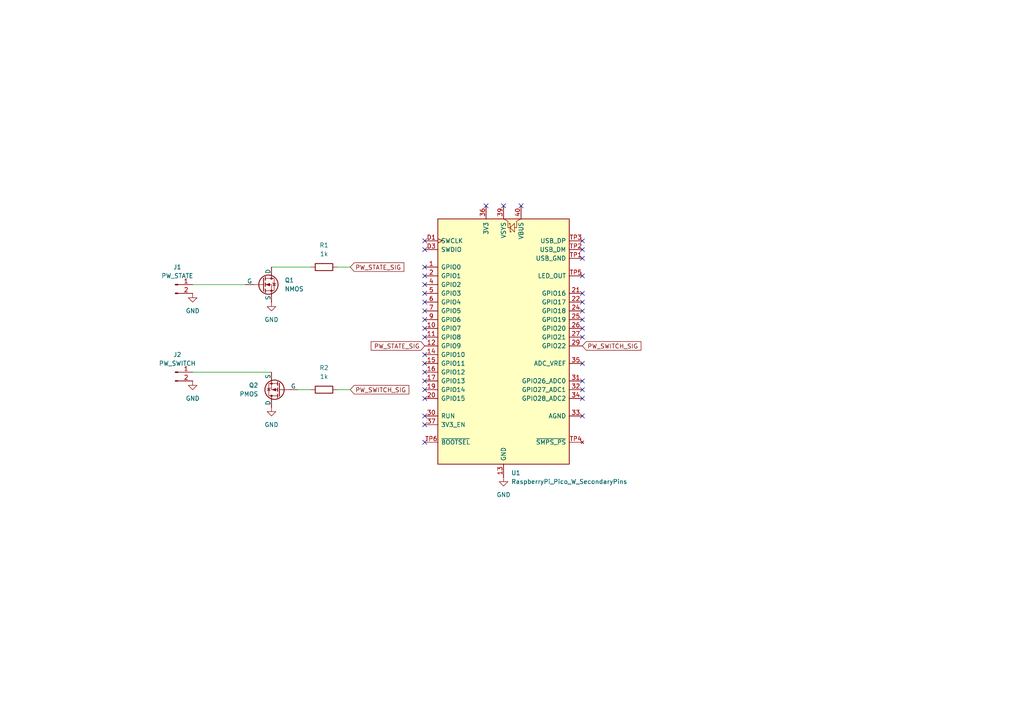
<source format=kicad_sch>
(kicad_sch
	(version 20231120)
	(generator "eeschema")
	(generator_version "8.0")
	(uuid "927df5e2-df8e-4e30-9d8a-08459a671f19")
	(paper "A4")
	(lib_symbols
		(symbol "Connector:Conn_01x02_Pin"
			(pin_names
				(offset 1.016) hide)
			(exclude_from_sim no)
			(in_bom yes)
			(on_board yes)
			(property "Reference" "J"
				(at 0 2.54 0)
				(effects
					(font
						(size 1.27 1.27)
					)
				)
			)
			(property "Value" "Conn_01x02_Pin"
				(at 0 -5.08 0)
				(effects
					(font
						(size 1.27 1.27)
					)
				)
			)
			(property "Footprint" ""
				(at 0 0 0)
				(effects
					(font
						(size 1.27 1.27)
					)
					(hide yes)
				)
			)
			(property "Datasheet" "~"
				(at 0 0 0)
				(effects
					(font
						(size 1.27 1.27)
					)
					(hide yes)
				)
			)
			(property "Description" "Generic connector, single row, 01x02, script generated"
				(at 0 0 0)
				(effects
					(font
						(size 1.27 1.27)
					)
					(hide yes)
				)
			)
			(property "ki_locked" ""
				(at 0 0 0)
				(effects
					(font
						(size 1.27 1.27)
					)
				)
			)
			(property "ki_keywords" "connector"
				(at 0 0 0)
				(effects
					(font
						(size 1.27 1.27)
					)
					(hide yes)
				)
			)
			(property "ki_fp_filters" "Connector*:*_1x??_*"
				(at 0 0 0)
				(effects
					(font
						(size 1.27 1.27)
					)
					(hide yes)
				)
			)
			(symbol "Conn_01x02_Pin_1_1"
				(polyline
					(pts
						(xy 1.27 -2.54) (xy 0.8636 -2.54)
					)
					(stroke
						(width 0.1524)
						(type default)
					)
					(fill
						(type none)
					)
				)
				(polyline
					(pts
						(xy 1.27 0) (xy 0.8636 0)
					)
					(stroke
						(width 0.1524)
						(type default)
					)
					(fill
						(type none)
					)
				)
				(rectangle
					(start 0.8636 -2.413)
					(end 0 -2.667)
					(stroke
						(width 0.1524)
						(type default)
					)
					(fill
						(type outline)
					)
				)
				(rectangle
					(start 0.8636 0.127)
					(end 0 -0.127)
					(stroke
						(width 0.1524)
						(type default)
					)
					(fill
						(type outline)
					)
				)
				(pin passive line
					(at 5.08 0 180)
					(length 3.81)
					(name "Pin_1"
						(effects
							(font
								(size 1.27 1.27)
							)
						)
					)
					(number "1"
						(effects
							(font
								(size 1.27 1.27)
							)
						)
					)
				)
				(pin passive line
					(at 5.08 -2.54 180)
					(length 3.81)
					(name "Pin_2"
						(effects
							(font
								(size 1.27 1.27)
							)
						)
					)
					(number "2"
						(effects
							(font
								(size 1.27 1.27)
							)
						)
					)
				)
			)
		)
		(symbol "Device:R"
			(pin_numbers hide)
			(pin_names
				(offset 0)
			)
			(exclude_from_sim no)
			(in_bom yes)
			(on_board yes)
			(property "Reference" "R"
				(at 2.032 0 90)
				(effects
					(font
						(size 1.27 1.27)
					)
				)
			)
			(property "Value" "R"
				(at 0 0 90)
				(effects
					(font
						(size 1.27 1.27)
					)
				)
			)
			(property "Footprint" ""
				(at -1.778 0 90)
				(effects
					(font
						(size 1.27 1.27)
					)
					(hide yes)
				)
			)
			(property "Datasheet" "~"
				(at 0 0 0)
				(effects
					(font
						(size 1.27 1.27)
					)
					(hide yes)
				)
			)
			(property "Description" "Resistor"
				(at 0 0 0)
				(effects
					(font
						(size 1.27 1.27)
					)
					(hide yes)
				)
			)
			(property "ki_keywords" "R res resistor"
				(at 0 0 0)
				(effects
					(font
						(size 1.27 1.27)
					)
					(hide yes)
				)
			)
			(property "ki_fp_filters" "R_*"
				(at 0 0 0)
				(effects
					(font
						(size 1.27 1.27)
					)
					(hide yes)
				)
			)
			(symbol "R_0_1"
				(rectangle
					(start -1.016 -2.54)
					(end 1.016 2.54)
					(stroke
						(width 0.254)
						(type default)
					)
					(fill
						(type none)
					)
				)
			)
			(symbol "R_1_1"
				(pin passive line
					(at 0 3.81 270)
					(length 1.27)
					(name "~"
						(effects
							(font
								(size 1.27 1.27)
							)
						)
					)
					(number "1"
						(effects
							(font
								(size 1.27 1.27)
							)
						)
					)
				)
				(pin passive line
					(at 0 -3.81 90)
					(length 1.27)
					(name "~"
						(effects
							(font
								(size 1.27 1.27)
							)
						)
					)
					(number "2"
						(effects
							(font
								(size 1.27 1.27)
							)
						)
					)
				)
			)
		)
		(symbol "MCU_Module_RaspberryPi_Pico:RaspberryPi_Pico_W_SecondaryPins"
			(pin_names
				(offset 0.889)
			)
			(exclude_from_sim no)
			(in_bom yes)
			(on_board yes)
			(property "Reference" "U"
				(at -19.05 38.1 0)
				(effects
					(font
						(size 1.27 1.27)
					)
					(justify left)
				)
			)
			(property "Value" "RaspberryPi_Pico_W_SecondaryPins"
				(at 7.62 38.1 0)
				(effects
					(font
						(size 1.27 1.27)
					)
					(justify left)
				)
			)
			(property "Footprint" "Module_RaspberryPi_Pico:RaspberryPi_Pico_W_SMD"
				(at 0 -49.53 0)
				(effects
					(font
						(size 1.27 1.27)
					)
					(hide yes)
				)
			)
			(property "Datasheet" "https://datasheets.raspberrypi.com/picow/pico-w-datasheet.pdf"
				(at 0 -52.07 0)
				(effects
					(font
						(size 1.27 1.27)
					)
					(hide yes)
				)
			)
			(property "Description" "Versatile and inexpensive wireless microcontroller module (with full pinout for test point and debug connections) powered by RP2040 dual-core Arm Cortex-M0+ processor up to 133 MHz, 264kB SRAM, 2MB QSPI flash, Infineon CYW43439 2.4GHz 802.11n wireless LAN"
				(at 0 0 0)
				(effects
					(font
						(size 1.27 1.27)
					)
					(hide yes)
				)
			)
			(property "ki_keywords" "Raspberry Pi Pico microcontroller module RP2040 M0+ usb CYW43439 wireless wifi bluetooth"
				(at 0 0 0)
				(effects
					(font
						(size 1.27 1.27)
					)
					(hide yes)
				)
			)
			(property "ki_fp_filters" "RaspberryPi_Pico_W_SMD*"
				(at 0 0 0)
				(effects
					(font
						(size 1.27 1.27)
					)
					(hide yes)
				)
			)
			(symbol "RaspberryPi_Pico_W_SecondaryPins_0_1"
				(rectangle
					(start -19.05 36.83)
					(end 19.05 -34.29)
					(stroke
						(width 0.254)
						(type default)
					)
					(fill
						(type background)
					)
				)
				(polyline
					(pts
						(xy 0 36.83) (xy 1.27 36.195) (xy 1.27 34.29) (xy 1.905 34.29)
					)
					(stroke
						(width 0)
						(type default)
					)
					(fill
						(type none)
					)
				)
				(polyline
					(pts
						(xy 1.905 34.29) (xy 3.175 35.56) (xy 3.175 33.02) (xy 1.905 34.29)
					)
					(stroke
						(width 0)
						(type default)
					)
					(fill
						(type none)
					)
				)
				(polyline
					(pts
						(xy 5.08 36.83) (xy 3.81 36.195) (xy 3.81 34.29) (xy 3.175 34.29)
					)
					(stroke
						(width 0)
						(type default)
					)
					(fill
						(type none)
					)
				)
				(polyline
					(pts
						(xy 1.651 35.306) (xy 1.651 35.56) (xy 1.905 35.56) (xy 1.905 33.02) (xy 2.159 33.02) (xy 2.159 33.274)
					)
					(stroke
						(width 0)
						(type default)
					)
					(fill
						(type none)
					)
				)
			)
			(symbol "RaspberryPi_Pico_W_SecondaryPins_1_1"
				(pin bidirectional line
					(at -22.86 22.86 0)
					(length 3.81)
					(name "GPIO0"
						(effects
							(font
								(size 1.27 1.27)
							)
						)
					)
					(number "1"
						(effects
							(font
								(size 1.27 1.27)
							)
						)
					)
					(alternate "I2C0_SDA" bidirectional line)
					(alternate "PWM0_A" output line)
					(alternate "SPI0_RX" input line)
					(alternate "UART0_TX" output line)
					(alternate "USB_OVCUR_DET" input line)
				)
				(pin bidirectional line
					(at -22.86 5.08 0)
					(length 3.81)
					(name "GPIO7"
						(effects
							(font
								(size 1.27 1.27)
							)
						)
					)
					(number "10"
						(effects
							(font
								(size 1.27 1.27)
							)
						)
					)
					(alternate "I2C1_SCL" bidirectional clock)
					(alternate "PWM3_B" bidirectional line)
					(alternate "SPI0_TX" output line)
					(alternate "UART1_RTS" output line)
					(alternate "USB_VBUS_DET" input line)
				)
				(pin bidirectional line
					(at -22.86 2.54 0)
					(length 3.81)
					(name "GPIO8"
						(effects
							(font
								(size 1.27 1.27)
							)
						)
					)
					(number "11"
						(effects
							(font
								(size 1.27 1.27)
							)
						)
					)
					(alternate "I2C0_SDA" bidirectional line)
					(alternate "PWM4_A" output line)
					(alternate "SPI1_RX" input line)
					(alternate "UART1_TX" output line)
					(alternate "USB_VBUS_EN" output line)
				)
				(pin bidirectional line
					(at -22.86 0 0)
					(length 3.81)
					(name "GPIO9"
						(effects
							(font
								(size 1.27 1.27)
							)
						)
					)
					(number "12"
						(effects
							(font
								(size 1.27 1.27)
							)
						)
					)
					(alternate "I2C0_SCL" bidirectional clock)
					(alternate "PWM4_B" bidirectional line)
					(alternate "UART1_RX" input line)
					(alternate "USB_OVCUR_DET" input line)
					(alternate "~{SPI1_CSn}" bidirectional line)
				)
				(pin power_out line
					(at 0 -38.1 90)
					(length 3.81)
					(name "GND"
						(effects
							(font
								(size 1.27 1.27)
							)
						)
					)
					(number "13"
						(effects
							(font
								(size 1.27 1.27)
							)
						)
					)
					(alternate "GND_IN" power_in line)
				)
				(pin bidirectional line
					(at -22.86 -2.54 0)
					(length 3.81)
					(name "GPIO10"
						(effects
							(font
								(size 1.27 1.27)
							)
						)
					)
					(number "14"
						(effects
							(font
								(size 1.27 1.27)
							)
						)
					)
					(alternate "I2C1_SDA" bidirectional line)
					(alternate "PWM5_A" output line)
					(alternate "SPI1_SCK" bidirectional clock)
					(alternate "UART1_CTS" input line)
					(alternate "USB_VBUS_DET" input line)
				)
				(pin bidirectional line
					(at -22.86 -5.08 0)
					(length 3.81)
					(name "GPIO11"
						(effects
							(font
								(size 1.27 1.27)
							)
						)
					)
					(number "15"
						(effects
							(font
								(size 1.27 1.27)
							)
						)
					)
					(alternate "I2C1_SCL" bidirectional clock)
					(alternate "PWM5_B" bidirectional line)
					(alternate "SPI1_TX" output line)
					(alternate "UART1_RTS" output line)
					(alternate "USB_VBUS_EN" output line)
				)
				(pin bidirectional line
					(at -22.86 -7.62 0)
					(length 3.81)
					(name "GPIO12"
						(effects
							(font
								(size 1.27 1.27)
							)
						)
					)
					(number "16"
						(effects
							(font
								(size 1.27 1.27)
							)
						)
					)
					(alternate "I2C0_SDA" bidirectional line)
					(alternate "PWM6_A" output line)
					(alternate "SPI1_RX" input line)
					(alternate "UART0_TX" output line)
					(alternate "USB_OVCUR_DET" input line)
				)
				(pin bidirectional line
					(at -22.86 -10.16 0)
					(length 3.81)
					(name "GPIO13"
						(effects
							(font
								(size 1.27 1.27)
							)
						)
					)
					(number "17"
						(effects
							(font
								(size 1.27 1.27)
							)
						)
					)
					(alternate "I2C0_SCL" bidirectional clock)
					(alternate "PWM6_B" bidirectional line)
					(alternate "UART0_RX" input line)
					(alternate "USB_VBUS_DET" input line)
					(alternate "~{SPI1_CSn}" bidirectional line)
				)
				(pin passive line
					(at 0 -38.1 90)
					(length 3.81) hide
					(name "GND"
						(effects
							(font
								(size 1.27 1.27)
							)
						)
					)
					(number "18"
						(effects
							(font
								(size 1.27 1.27)
							)
						)
					)
				)
				(pin bidirectional line
					(at -22.86 -12.7 0)
					(length 3.81)
					(name "GPIO14"
						(effects
							(font
								(size 1.27 1.27)
							)
						)
					)
					(number "19"
						(effects
							(font
								(size 1.27 1.27)
							)
						)
					)
					(alternate "I2C1_SDA" bidirectional line)
					(alternate "PWM7_A" output line)
					(alternate "SPI1_SCK" bidirectional clock)
					(alternate "UART0_CTS" input line)
					(alternate "USB_VBUS_EN" output line)
				)
				(pin bidirectional line
					(at -22.86 20.32 0)
					(length 3.81)
					(name "GPIO1"
						(effects
							(font
								(size 1.27 1.27)
							)
						)
					)
					(number "2"
						(effects
							(font
								(size 1.27 1.27)
							)
						)
					)
					(alternate "I2C0_SCL" bidirectional clock)
					(alternate "PWM0_B" bidirectional line)
					(alternate "UART0_RX" input line)
					(alternate "USB_VBUS_DET" passive line)
					(alternate "~{SPI0_CSn}" bidirectional line)
				)
				(pin bidirectional line
					(at -22.86 -15.24 0)
					(length 3.81)
					(name "GPIO15"
						(effects
							(font
								(size 1.27 1.27)
							)
						)
					)
					(number "20"
						(effects
							(font
								(size 1.27 1.27)
							)
						)
					)
					(alternate "I2C1_SCL" bidirectional clock)
					(alternate "PWM7_B" bidirectional line)
					(alternate "SPI1_TX" output line)
					(alternate "UART0_RTS" output line)
					(alternate "USB_OVCUR_DET" input line)
				)
				(pin bidirectional line
					(at 22.86 15.24 180)
					(length 3.81)
					(name "GPIO16"
						(effects
							(font
								(size 1.27 1.27)
							)
						)
					)
					(number "21"
						(effects
							(font
								(size 1.27 1.27)
							)
						)
					)
					(alternate "I2C0_SDA" bidirectional line)
					(alternate "PWM0_A" output line)
					(alternate "SPI0_RX" input line)
					(alternate "UART0_TX" output line)
					(alternate "USB_VBUS_DET" input line)
				)
				(pin bidirectional line
					(at 22.86 12.7 180)
					(length 3.81)
					(name "GPIO17"
						(effects
							(font
								(size 1.27 1.27)
							)
						)
					)
					(number "22"
						(effects
							(font
								(size 1.27 1.27)
							)
						)
					)
					(alternate "I2C0_SCL" bidirectional clock)
					(alternate "PWM0_B" bidirectional line)
					(alternate "UART0_RX" input line)
					(alternate "USB_VBUS_EN" output line)
					(alternate "~{SPI0_CSn}" bidirectional line)
				)
				(pin passive line
					(at 0 -38.1 90)
					(length 3.81) hide
					(name "GND"
						(effects
							(font
								(size 1.27 1.27)
							)
						)
					)
					(number "23"
						(effects
							(font
								(size 1.27 1.27)
							)
						)
					)
				)
				(pin bidirectional line
					(at 22.86 10.16 180)
					(length 3.81)
					(name "GPIO18"
						(effects
							(font
								(size 1.27 1.27)
							)
						)
					)
					(number "24"
						(effects
							(font
								(size 1.27 1.27)
							)
						)
					)
					(alternate "I2C1_SDA" bidirectional line)
					(alternate "PWM1_A" output line)
					(alternate "SPI0_SCK" bidirectional clock)
					(alternate "UART0_CTS" input line)
					(alternate "USB_OVCUR_DET" input line)
				)
				(pin bidirectional line
					(at 22.86 7.62 180)
					(length 3.81)
					(name "GPIO19"
						(effects
							(font
								(size 1.27 1.27)
							)
						)
					)
					(number "25"
						(effects
							(font
								(size 1.27 1.27)
							)
						)
					)
					(alternate "I2C1_SCL" bidirectional clock)
					(alternate "PWM1_B" bidirectional line)
					(alternate "SPI0_TX" output line)
					(alternate "UART0_RTS" output line)
					(alternate "USB_VBUS_DET" input line)
				)
				(pin bidirectional line
					(at 22.86 5.08 180)
					(length 3.81)
					(name "GPIO20"
						(effects
							(font
								(size 1.27 1.27)
							)
						)
					)
					(number "26"
						(effects
							(font
								(size 1.27 1.27)
							)
						)
					)
					(alternate "CLOCK_GPIN0" input clock)
					(alternate "I2C0_SDA" bidirectional line)
					(alternate "PWM2_A" output line)
					(alternate "SPI0_RX" input line)
					(alternate "UART1_TX" output line)
					(alternate "USB_VBUS_EN" output line)
				)
				(pin bidirectional line
					(at 22.86 2.54 180)
					(length 3.81)
					(name "GPIO21"
						(effects
							(font
								(size 1.27 1.27)
							)
						)
					)
					(number "27"
						(effects
							(font
								(size 1.27 1.27)
							)
						)
					)
					(alternate "CLOCK_GPOUT0" output clock)
					(alternate "I2C0_SCL" bidirectional clock)
					(alternate "PWM2_B" bidirectional line)
					(alternate "UART1_RX" input line)
					(alternate "USB_OVCUR_DET" input line)
					(alternate "~{SPI0_CSn}" bidirectional line)
				)
				(pin passive line
					(at 0 -38.1 90)
					(length 3.81) hide
					(name "GND"
						(effects
							(font
								(size 1.27 1.27)
							)
						)
					)
					(number "28"
						(effects
							(font
								(size 1.27 1.27)
							)
						)
					)
				)
				(pin bidirectional line
					(at 22.86 0 180)
					(length 3.81)
					(name "GPIO22"
						(effects
							(font
								(size 1.27 1.27)
							)
						)
					)
					(number "29"
						(effects
							(font
								(size 1.27 1.27)
							)
						)
					)
					(alternate "CLOCK_GPIN1" input clock)
					(alternate "I2C1_SDA" bidirectional line)
					(alternate "PWM3_A" output line)
					(alternate "SPI0_SCK" bidirectional clock)
					(alternate "UART1_CTS" input line)
					(alternate "USB_VBUS_DET" input line)
				)
				(pin passive line
					(at 0 -38.1 90)
					(length 3.81) hide
					(name "GND"
						(effects
							(font
								(size 1.27 1.27)
							)
						)
					)
					(number "3"
						(effects
							(font
								(size 1.27 1.27)
							)
						)
					)
				)
				(pin input line
					(at -22.86 -20.32 0)
					(length 3.81)
					(name "RUN"
						(effects
							(font
								(size 1.27 1.27)
							)
						)
					)
					(number "30"
						(effects
							(font
								(size 1.27 1.27)
							)
						)
					)
					(alternate "~{RESET}" input line)
				)
				(pin bidirectional line
					(at 22.86 -10.16 180)
					(length 3.81)
					(name "GPIO26_ADC0"
						(effects
							(font
								(size 1.27 1.27)
							)
						)
					)
					(number "31"
						(effects
							(font
								(size 1.27 1.27)
							)
						)
					)
					(alternate "ADC0" input line)
					(alternate "GPIO26" bidirectional line)
					(alternate "I2C1_SDA" bidirectional line)
					(alternate "PWM5_A" output line)
					(alternate "SPI1_SCK" bidirectional clock)
					(alternate "UART1_CTS" input line)
					(alternate "USB_VBUS_EN" output line)
				)
				(pin bidirectional line
					(at 22.86 -12.7 180)
					(length 3.81)
					(name "GPIO27_ADC1"
						(effects
							(font
								(size 1.27 1.27)
							)
						)
					)
					(number "32"
						(effects
							(font
								(size 1.27 1.27)
							)
						)
					)
					(alternate "ADC1" input line)
					(alternate "GPIO27" bidirectional line)
					(alternate "I2C1_SCL" bidirectional clock)
					(alternate "PWM5_B" bidirectional line)
					(alternate "SPI1_TX" output line)
					(alternate "UART1_RTS" output line)
					(alternate "USB_OVCUR_DET" input line)
				)
				(pin power_in line
					(at 22.86 -20.32 180)
					(length 3.81)
					(name "AGND"
						(effects
							(font
								(size 1.27 1.27)
							)
						)
					)
					(number "33"
						(effects
							(font
								(size 1.27 1.27)
							)
						)
					)
					(alternate "GND" power_in line)
				)
				(pin bidirectional line
					(at 22.86 -15.24 180)
					(length 3.81)
					(name "GPIO28_ADC2"
						(effects
							(font
								(size 1.27 1.27)
							)
						)
					)
					(number "34"
						(effects
							(font
								(size 1.27 1.27)
							)
						)
					)
					(alternate "ADC2" input line)
					(alternate "GPIO28" bidirectional line)
					(alternate "I2C0_SDA" bidirectional line)
					(alternate "PWM6_A" output line)
					(alternate "SPI1_RX" input line)
					(alternate "UART0_TX" output line)
					(alternate "USB_VBUS_DET" input line)
				)
				(pin power_in line
					(at 22.86 -5.08 180)
					(length 3.81)
					(name "ADC_VREF"
						(effects
							(font
								(size 1.27 1.27)
							)
						)
					)
					(number "35"
						(effects
							(font
								(size 1.27 1.27)
							)
						)
					)
				)
				(pin power_out line
					(at -5.08 40.64 270)
					(length 3.81)
					(name "3V3"
						(effects
							(font
								(size 1.27 1.27)
							)
						)
					)
					(number "36"
						(effects
							(font
								(size 1.27 1.27)
							)
						)
					)
				)
				(pin input line
					(at -22.86 -22.86 0)
					(length 3.81)
					(name "3V3_EN"
						(effects
							(font
								(size 1.27 1.27)
							)
						)
					)
					(number "37"
						(effects
							(font
								(size 1.27 1.27)
							)
						)
					)
					(alternate "~{3V3_DISABLE}" input line)
				)
				(pin passive line
					(at 0 -38.1 90)
					(length 3.81) hide
					(name "GND"
						(effects
							(font
								(size 1.27 1.27)
							)
						)
					)
					(number "38"
						(effects
							(font
								(size 1.27 1.27)
							)
						)
					)
				)
				(pin power_in line
					(at 0 40.64 270)
					(length 3.81)
					(name "VSYS"
						(effects
							(font
								(size 1.27 1.27)
							)
						)
					)
					(number "39"
						(effects
							(font
								(size 1.27 1.27)
							)
						)
					)
					(alternate "VSYS_OUT" power_out line)
				)
				(pin bidirectional line
					(at -22.86 17.78 0)
					(length 3.81)
					(name "GPIO2"
						(effects
							(font
								(size 1.27 1.27)
							)
						)
					)
					(number "4"
						(effects
							(font
								(size 1.27 1.27)
							)
						)
					)
					(alternate "I2C1_SDA" bidirectional line)
					(alternate "PWM1_A" output line)
					(alternate "SPI0_SCK" bidirectional clock)
					(alternate "UART0_CTS" input line)
					(alternate "USB_VBUS_DET" input line)
				)
				(pin power_out line
					(at 5.08 40.64 270)
					(length 3.81)
					(name "VBUS"
						(effects
							(font
								(size 1.27 1.27)
							)
						)
					)
					(number "40"
						(effects
							(font
								(size 1.27 1.27)
							)
						)
					)
					(alternate "VBUS_HOST" power_in line)
				)
				(pin bidirectional line
					(at -22.86 15.24 0)
					(length 3.81)
					(name "GPIO3"
						(effects
							(font
								(size 1.27 1.27)
							)
						)
					)
					(number "5"
						(effects
							(font
								(size 1.27 1.27)
							)
						)
					)
					(alternate "I2C1_SCL" bidirectional clock)
					(alternate "PWM1_B" bidirectional line)
					(alternate "SPI0_TX" output line)
					(alternate "UART0_RTS" output line)
					(alternate "USB_OVCUR_DET" input line)
				)
				(pin bidirectional line
					(at -22.86 12.7 0)
					(length 3.81)
					(name "GPIO4"
						(effects
							(font
								(size 1.27 1.27)
							)
						)
					)
					(number "6"
						(effects
							(font
								(size 1.27 1.27)
							)
						)
					)
					(alternate "I2C0_SDA" bidirectional line)
					(alternate "PWM2_A" output line)
					(alternate "SPI0_RX" input line)
					(alternate "UART1_TX" output line)
					(alternate "USB_VBUS_DET" input line)
				)
				(pin bidirectional line
					(at -22.86 10.16 0)
					(length 3.81)
					(name "GPIO5"
						(effects
							(font
								(size 1.27 1.27)
							)
						)
					)
					(number "7"
						(effects
							(font
								(size 1.27 1.27)
							)
						)
					)
					(alternate "I2C0_SCL" bidirectional clock)
					(alternate "PWM2_B" bidirectional line)
					(alternate "UART1_RX" input line)
					(alternate "USB_VBUS_EN" output line)
					(alternate "~{SPI0_CSn}" bidirectional line)
				)
				(pin passive line
					(at 0 -38.1 90)
					(length 3.81) hide
					(name "GND"
						(effects
							(font
								(size 1.27 1.27)
							)
						)
					)
					(number "8"
						(effects
							(font
								(size 1.27 1.27)
							)
						)
					)
				)
				(pin bidirectional line
					(at -22.86 7.62 0)
					(length 3.81)
					(name "GPIO6"
						(effects
							(font
								(size 1.27 1.27)
							)
						)
					)
					(number "9"
						(effects
							(font
								(size 1.27 1.27)
							)
						)
					)
					(alternate "I2C1_SDA" bidirectional line)
					(alternate "PWM3_A" output line)
					(alternate "SPI0_SCK" bidirectional clock)
					(alternate "UART1_CTS" input line)
					(alternate "USB_OVCUR_DET" input line)
				)
				(pin input clock
					(at -22.86 30.48 0)
					(length 3.81)
					(name "SWCLK"
						(effects
							(font
								(size 1.27 1.27)
							)
						)
					)
					(number "D1"
						(effects
							(font
								(size 1.27 1.27)
							)
						)
					)
				)
				(pin passive line
					(at 0 -38.1 90)
					(length 3.81) hide
					(name "GND"
						(effects
							(font
								(size 1.27 1.27)
							)
						)
					)
					(number "D2"
						(effects
							(font
								(size 1.27 1.27)
							)
						)
					)
				)
				(pin bidirectional line
					(at -22.86 27.94 0)
					(length 3.81)
					(name "SWDIO"
						(effects
							(font
								(size 1.27 1.27)
							)
						)
					)
					(number "D3"
						(effects
							(font
								(size 1.27 1.27)
							)
						)
					)
				)
				(pin power_out line
					(at 22.86 25.4 180)
					(length 3.81)
					(name "USB_GND"
						(effects
							(font
								(size 1.27 1.27)
							)
						)
					)
					(number "TP1"
						(effects
							(font
								(size 1.27 1.27)
							)
						)
					)
					(alternate "USB_HOST_GND" power_in line)
				)
				(pin bidirectional line
					(at 22.86 27.94 180)
					(length 3.81)
					(name "USB_DM"
						(effects
							(font
								(size 1.27 1.27)
							)
						)
					)
					(number "TP2"
						(effects
							(font
								(size 1.27 1.27)
							)
						)
					)
				)
				(pin bidirectional line
					(at 22.86 30.48 180)
					(length 3.81)
					(name "USB_DP"
						(effects
							(font
								(size 1.27 1.27)
							)
						)
					)
					(number "TP3"
						(effects
							(font
								(size 1.27 1.27)
							)
						)
					)
				)
				(pin no_connect line
					(at 22.86 -27.94 180)
					(length 3.81)
					(name "~{SMPS_PS}"
						(effects
							(font
								(size 1.27 1.27)
							)
						)
					)
					(number "TP4"
						(effects
							(font
								(size 1.27 1.27)
							)
						)
					)
					(alternate "GPIO23_UNSAFE" output line)
					(alternate "~{SMPS_PS_UNSAFE}" output line)
				)
				(pin output line
					(at 22.86 20.32 180)
					(length 3.81)
					(name "LED_OUT"
						(effects
							(font
								(size 1.27 1.27)
							)
						)
					)
					(number "TP5"
						(effects
							(font
								(size 1.27 1.27)
							)
						)
					)
				)
				(pin input line
					(at -22.86 -27.94 0)
					(length 3.81)
					(name "~{BOOTSEL}"
						(effects
							(font
								(size 1.27 1.27)
							)
						)
					)
					(number "TP6"
						(effects
							(font
								(size 1.27 1.27)
							)
						)
					)
				)
			)
		)
		(symbol "Simulation_SPICE:NMOS"
			(pin_numbers hide)
			(pin_names
				(offset 0)
			)
			(exclude_from_sim no)
			(in_bom yes)
			(on_board yes)
			(property "Reference" "Q"
				(at 5.08 1.27 0)
				(effects
					(font
						(size 1.27 1.27)
					)
					(justify left)
				)
			)
			(property "Value" "NMOS"
				(at 5.08 -1.27 0)
				(effects
					(font
						(size 1.27 1.27)
					)
					(justify left)
				)
			)
			(property "Footprint" ""
				(at 5.08 2.54 0)
				(effects
					(font
						(size 1.27 1.27)
					)
					(hide yes)
				)
			)
			(property "Datasheet" "https://ngspice.sourceforge.io/docs/ngspice-html-manual/manual.xhtml#cha_MOSFETs"
				(at 0 -12.7 0)
				(effects
					(font
						(size 1.27 1.27)
					)
					(hide yes)
				)
			)
			(property "Description" "N-MOSFET transistor, drain/source/gate"
				(at 0 0 0)
				(effects
					(font
						(size 1.27 1.27)
					)
					(hide yes)
				)
			)
			(property "Sim.Device" "NMOS"
				(at 0 -17.145 0)
				(effects
					(font
						(size 1.27 1.27)
					)
					(hide yes)
				)
			)
			(property "Sim.Type" "VDMOS"
				(at 0 -19.05 0)
				(effects
					(font
						(size 1.27 1.27)
					)
					(hide yes)
				)
			)
			(property "Sim.Pins" "1=D 2=G 3=S"
				(at 0 -15.24 0)
				(effects
					(font
						(size 1.27 1.27)
					)
					(hide yes)
				)
			)
			(property "ki_keywords" "transistor NMOS N-MOS N-MOSFET simulation"
				(at 0 0 0)
				(effects
					(font
						(size 1.27 1.27)
					)
					(hide yes)
				)
			)
			(symbol "NMOS_0_1"
				(polyline
					(pts
						(xy 0.254 0) (xy -2.54 0)
					)
					(stroke
						(width 0)
						(type default)
					)
					(fill
						(type none)
					)
				)
				(polyline
					(pts
						(xy 0.254 1.905) (xy 0.254 -1.905)
					)
					(stroke
						(width 0.254)
						(type default)
					)
					(fill
						(type none)
					)
				)
				(polyline
					(pts
						(xy 0.762 -1.27) (xy 0.762 -2.286)
					)
					(stroke
						(width 0.254)
						(type default)
					)
					(fill
						(type none)
					)
				)
				(polyline
					(pts
						(xy 0.762 0.508) (xy 0.762 -0.508)
					)
					(stroke
						(width 0.254)
						(type default)
					)
					(fill
						(type none)
					)
				)
				(polyline
					(pts
						(xy 0.762 2.286) (xy 0.762 1.27)
					)
					(stroke
						(width 0.254)
						(type default)
					)
					(fill
						(type none)
					)
				)
				(polyline
					(pts
						(xy 2.54 2.54) (xy 2.54 1.778)
					)
					(stroke
						(width 0)
						(type default)
					)
					(fill
						(type none)
					)
				)
				(polyline
					(pts
						(xy 2.54 -2.54) (xy 2.54 0) (xy 0.762 0)
					)
					(stroke
						(width 0)
						(type default)
					)
					(fill
						(type none)
					)
				)
				(polyline
					(pts
						(xy 0.762 -1.778) (xy 3.302 -1.778) (xy 3.302 1.778) (xy 0.762 1.778)
					)
					(stroke
						(width 0)
						(type default)
					)
					(fill
						(type none)
					)
				)
				(polyline
					(pts
						(xy 1.016 0) (xy 2.032 0.381) (xy 2.032 -0.381) (xy 1.016 0)
					)
					(stroke
						(width 0)
						(type default)
					)
					(fill
						(type outline)
					)
				)
				(polyline
					(pts
						(xy 2.794 0.508) (xy 2.921 0.381) (xy 3.683 0.381) (xy 3.81 0.254)
					)
					(stroke
						(width 0)
						(type default)
					)
					(fill
						(type none)
					)
				)
				(polyline
					(pts
						(xy 3.302 0.381) (xy 2.921 -0.254) (xy 3.683 -0.254) (xy 3.302 0.381)
					)
					(stroke
						(width 0)
						(type default)
					)
					(fill
						(type none)
					)
				)
				(circle
					(center 1.651 0)
					(radius 2.794)
					(stroke
						(width 0.254)
						(type default)
					)
					(fill
						(type none)
					)
				)
				(circle
					(center 2.54 -1.778)
					(radius 0.254)
					(stroke
						(width 0)
						(type default)
					)
					(fill
						(type outline)
					)
				)
				(circle
					(center 2.54 1.778)
					(radius 0.254)
					(stroke
						(width 0)
						(type default)
					)
					(fill
						(type outline)
					)
				)
			)
			(symbol "NMOS_1_1"
				(pin passive line
					(at 2.54 5.08 270)
					(length 2.54)
					(name "D"
						(effects
							(font
								(size 1.27 1.27)
							)
						)
					)
					(number "1"
						(effects
							(font
								(size 1.27 1.27)
							)
						)
					)
				)
				(pin input line
					(at -5.08 0 0)
					(length 2.54)
					(name "G"
						(effects
							(font
								(size 1.27 1.27)
							)
						)
					)
					(number "2"
						(effects
							(font
								(size 1.27 1.27)
							)
						)
					)
				)
				(pin passive line
					(at 2.54 -5.08 90)
					(length 2.54)
					(name "S"
						(effects
							(font
								(size 1.27 1.27)
							)
						)
					)
					(number "3"
						(effects
							(font
								(size 1.27 1.27)
							)
						)
					)
				)
			)
		)
		(symbol "Simulation_SPICE:PMOS"
			(pin_numbers hide)
			(pin_names
				(offset 0)
			)
			(exclude_from_sim no)
			(in_bom yes)
			(on_board yes)
			(property "Reference" "Q"
				(at 5.08 1.27 0)
				(effects
					(font
						(size 1.27 1.27)
					)
					(justify left)
				)
			)
			(property "Value" "PMOS"
				(at 5.08 -1.27 0)
				(effects
					(font
						(size 1.27 1.27)
					)
					(justify left)
				)
			)
			(property "Footprint" ""
				(at 5.08 2.54 0)
				(effects
					(font
						(size 1.27 1.27)
					)
					(hide yes)
				)
			)
			(property "Datasheet" "https://ngspice.sourceforge.io/docs/ngspice-html-manual/manual.xhtml#cha_MOSFETs"
				(at 0 -12.7 0)
				(effects
					(font
						(size 1.27 1.27)
					)
					(hide yes)
				)
			)
			(property "Description" "P-MOSFET transistor, drain/source/gate"
				(at 0 0 0)
				(effects
					(font
						(size 1.27 1.27)
					)
					(hide yes)
				)
			)
			(property "Sim.Device" "PMOS"
				(at 0 -17.145 0)
				(effects
					(font
						(size 1.27 1.27)
					)
					(hide yes)
				)
			)
			(property "Sim.Type" "VDMOS"
				(at 0 -19.05 0)
				(effects
					(font
						(size 1.27 1.27)
					)
					(hide yes)
				)
			)
			(property "Sim.Pins" "1=D 2=G 3=S"
				(at 0 -15.24 0)
				(effects
					(font
						(size 1.27 1.27)
					)
					(hide yes)
				)
			)
			(property "ki_keywords" "transistor PMOS P-MOS P-MOSFET simulation"
				(at 0 0 0)
				(effects
					(font
						(size 1.27 1.27)
					)
					(hide yes)
				)
			)
			(symbol "PMOS_0_1"
				(polyline
					(pts
						(xy 0.254 0) (xy -2.54 0)
					)
					(stroke
						(width 0)
						(type default)
					)
					(fill
						(type none)
					)
				)
				(polyline
					(pts
						(xy 0.254 1.905) (xy 0.254 -1.905)
					)
					(stroke
						(width 0.254)
						(type default)
					)
					(fill
						(type none)
					)
				)
				(polyline
					(pts
						(xy 0.762 -1.27) (xy 0.762 -2.286)
					)
					(stroke
						(width 0.254)
						(type default)
					)
					(fill
						(type none)
					)
				)
				(polyline
					(pts
						(xy 0.762 0.508) (xy 0.762 -0.508)
					)
					(stroke
						(width 0.254)
						(type default)
					)
					(fill
						(type none)
					)
				)
				(polyline
					(pts
						(xy 0.762 2.286) (xy 0.762 1.27)
					)
					(stroke
						(width 0.254)
						(type default)
					)
					(fill
						(type none)
					)
				)
				(polyline
					(pts
						(xy 2.54 2.54) (xy 2.54 1.778)
					)
					(stroke
						(width 0)
						(type default)
					)
					(fill
						(type none)
					)
				)
				(polyline
					(pts
						(xy 2.54 -2.54) (xy 2.54 0) (xy 0.762 0)
					)
					(stroke
						(width 0)
						(type default)
					)
					(fill
						(type none)
					)
				)
				(polyline
					(pts
						(xy 0.762 1.778) (xy 3.302 1.778) (xy 3.302 -1.778) (xy 0.762 -1.778)
					)
					(stroke
						(width 0)
						(type default)
					)
					(fill
						(type none)
					)
				)
				(polyline
					(pts
						(xy 2.286 0) (xy 1.27 0.381) (xy 1.27 -0.381) (xy 2.286 0)
					)
					(stroke
						(width 0)
						(type default)
					)
					(fill
						(type outline)
					)
				)
				(polyline
					(pts
						(xy 2.794 -0.508) (xy 2.921 -0.381) (xy 3.683 -0.381) (xy 3.81 -0.254)
					)
					(stroke
						(width 0)
						(type default)
					)
					(fill
						(type none)
					)
				)
				(polyline
					(pts
						(xy 3.302 -0.381) (xy 2.921 0.254) (xy 3.683 0.254) (xy 3.302 -0.381)
					)
					(stroke
						(width 0)
						(type default)
					)
					(fill
						(type none)
					)
				)
				(circle
					(center 1.651 0)
					(radius 2.794)
					(stroke
						(width 0.254)
						(type default)
					)
					(fill
						(type none)
					)
				)
				(circle
					(center 2.54 -1.778)
					(radius 0.254)
					(stroke
						(width 0)
						(type default)
					)
					(fill
						(type outline)
					)
				)
				(circle
					(center 2.54 1.778)
					(radius 0.254)
					(stroke
						(width 0)
						(type default)
					)
					(fill
						(type outline)
					)
				)
			)
			(symbol "PMOS_1_1"
				(pin passive line
					(at 2.54 5.08 270)
					(length 2.54)
					(name "D"
						(effects
							(font
								(size 1.27 1.27)
							)
						)
					)
					(number "1"
						(effects
							(font
								(size 1.27 1.27)
							)
						)
					)
				)
				(pin input line
					(at -5.08 0 0)
					(length 2.54)
					(name "G"
						(effects
							(font
								(size 1.27 1.27)
							)
						)
					)
					(number "2"
						(effects
							(font
								(size 1.27 1.27)
							)
						)
					)
				)
				(pin passive line
					(at 2.54 -5.08 90)
					(length 2.54)
					(name "S"
						(effects
							(font
								(size 1.27 1.27)
							)
						)
					)
					(number "3"
						(effects
							(font
								(size 1.27 1.27)
							)
						)
					)
				)
			)
		)
		(symbol "power:GND"
			(power)
			(pin_numbers hide)
			(pin_names
				(offset 0) hide)
			(exclude_from_sim no)
			(in_bom yes)
			(on_board yes)
			(property "Reference" "#PWR"
				(at 0 -6.35 0)
				(effects
					(font
						(size 1.27 1.27)
					)
					(hide yes)
				)
			)
			(property "Value" "GND"
				(at 0 -3.81 0)
				(effects
					(font
						(size 1.27 1.27)
					)
				)
			)
			(property "Footprint" ""
				(at 0 0 0)
				(effects
					(font
						(size 1.27 1.27)
					)
					(hide yes)
				)
			)
			(property "Datasheet" ""
				(at 0 0 0)
				(effects
					(font
						(size 1.27 1.27)
					)
					(hide yes)
				)
			)
			(property "Description" "Power symbol creates a global label with name \"GND\" , ground"
				(at 0 0 0)
				(effects
					(font
						(size 1.27 1.27)
					)
					(hide yes)
				)
			)
			(property "ki_keywords" "global power"
				(at 0 0 0)
				(effects
					(font
						(size 1.27 1.27)
					)
					(hide yes)
				)
			)
			(symbol "GND_0_1"
				(polyline
					(pts
						(xy 0 0) (xy 0 -1.27) (xy 1.27 -1.27) (xy 0 -2.54) (xy -1.27 -1.27) (xy 0 -1.27)
					)
					(stroke
						(width 0)
						(type default)
					)
					(fill
						(type none)
					)
				)
			)
			(symbol "GND_1_1"
				(pin power_in line
					(at 0 0 270)
					(length 0)
					(name "~"
						(effects
							(font
								(size 1.27 1.27)
							)
						)
					)
					(number "1"
						(effects
							(font
								(size 1.27 1.27)
							)
						)
					)
				)
			)
		)
	)
	(no_connect
		(at 140.97 59.69)
		(uuid "03972c76-43de-4d06-b764-16775e56d9c8")
	)
	(no_connect
		(at 123.19 80.01)
		(uuid "062ae843-f898-41b0-a22c-dc09d0f74401")
	)
	(no_connect
		(at 123.19 97.79)
		(uuid "0df8042e-b3dd-4759-99b8-563a97c881c9")
	)
	(no_connect
		(at 123.19 107.95)
		(uuid "10b2a4dc-f538-4f6f-8f88-b91265044ddb")
	)
	(no_connect
		(at 168.91 95.25)
		(uuid "10dda62b-ce05-4214-8945-9b01cd766300")
	)
	(no_connect
		(at 123.19 113.03)
		(uuid "1a44fa14-f54a-4d1d-aa3e-97437258c8d8")
	)
	(no_connect
		(at 123.19 120.65)
		(uuid "27c61742-1da0-44c1-9aac-b7ae6a80bca1")
	)
	(no_connect
		(at 123.19 102.87)
		(uuid "34637ae9-26a6-4c54-b2ce-ffae00cbf1d1")
	)
	(no_connect
		(at 168.91 110.49)
		(uuid "3c686e80-5877-4fe7-b7bb-540f3326e7c7")
	)
	(no_connect
		(at 123.19 92.71)
		(uuid "3d0f4dad-90b3-45c7-86ab-74120111d696")
	)
	(no_connect
		(at 168.91 120.65)
		(uuid "42e8e804-af8b-4399-a66b-a05ad97edb20")
	)
	(no_connect
		(at 123.19 72.39)
		(uuid "46f9e645-589c-4005-8e4c-33223c865fe0")
	)
	(no_connect
		(at 123.19 105.41)
		(uuid "4c3da590-2466-4af2-80eb-9406bce85567")
	)
	(no_connect
		(at 168.91 74.93)
		(uuid "4cf5de36-3e2f-4866-8d5c-7ddd0be35cbd")
	)
	(no_connect
		(at 168.91 85.09)
		(uuid "5eb8d987-4df8-426f-8172-fb2ae76806b8")
	)
	(no_connect
		(at 168.91 87.63)
		(uuid "640ec68a-e982-43a3-9e7d-65904d115d3c")
	)
	(no_connect
		(at 123.19 110.49)
		(uuid "68ef100d-25be-47cb-81a8-2e0c4c94499c")
	)
	(no_connect
		(at 123.19 69.85)
		(uuid "74544ade-5d76-4afc-8f5e-47f19e3082ef")
	)
	(no_connect
		(at 123.19 123.19)
		(uuid "77175e26-f597-47ce-bcd5-594f1b2b195e")
	)
	(no_connect
		(at 168.91 69.85)
		(uuid "79c86544-a136-44f0-aff9-6acca18e24a8")
	)
	(no_connect
		(at 123.19 87.63)
		(uuid "79eb8aac-4d7a-40c1-ae81-27c8b67c36eb")
	)
	(no_connect
		(at 123.19 90.17)
		(uuid "7cd38c76-b832-432b-974a-3baac868e732")
	)
	(no_connect
		(at 123.19 77.47)
		(uuid "7cf6f3f4-6b06-42db-b013-19e44df7113b")
	)
	(no_connect
		(at 168.91 80.01)
		(uuid "811512be-9a1f-4a00-85b7-8aafde793885")
	)
	(no_connect
		(at 123.19 95.25)
		(uuid "8830ccff-6da4-4ae3-8e33-9f6fd754a303")
	)
	(no_connect
		(at 168.91 92.71)
		(uuid "a2cc38d7-0dfb-4e13-bc98-90203f3b1cd2")
	)
	(no_connect
		(at 123.19 82.55)
		(uuid "a38584da-90b2-45f0-9195-c7fb333ea20d")
	)
	(no_connect
		(at 123.19 115.57)
		(uuid "b4ac3b39-21f8-4d1f-9d41-cc4b48c214e4")
	)
	(no_connect
		(at 168.91 115.57)
		(uuid "b9b86008-3087-401b-92c6-a21502249ca4")
	)
	(no_connect
		(at 168.91 97.79)
		(uuid "b9b8fc2d-bd3c-4c9c-b1b8-d59ab7b746fa")
	)
	(no_connect
		(at 168.91 105.41)
		(uuid "be6e8e71-11c3-40a9-bf1c-ed72aba640a4")
	)
	(no_connect
		(at 168.91 72.39)
		(uuid "d1d22d07-2061-4629-9895-680d25ab859c")
	)
	(no_connect
		(at 168.91 113.03)
		(uuid "d8f1ad52-7ca7-4744-b3bc-a50884fd86c4")
	)
	(no_connect
		(at 123.19 85.09)
		(uuid "dbf9b19d-a25d-450f-8130-37a582221b72")
	)
	(no_connect
		(at 123.19 128.27)
		(uuid "e96b06e2-aeb3-4a38-acc4-7126bcdff02b")
	)
	(no_connect
		(at 168.91 90.17)
		(uuid "ed13f714-60a1-4d1e-9222-8487e402d2c9")
	)
	(no_connect
		(at 151.13 59.69)
		(uuid "ee9aafcb-85f8-4e07-9146-7a9fef2eee86")
	)
	(no_connect
		(at 146.05 59.69)
		(uuid "fce2ec2c-d2d0-4417-885e-b3c48c5a8f77")
	)
	(wire
		(pts
			(xy 55.88 82.55) (xy 71.12 82.55)
		)
		(stroke
			(width 0)
			(type default)
		)
		(uuid "1f040fe9-ceca-4dda-9d24-011df4e48ec7")
	)
	(wire
		(pts
			(xy 78.74 77.47) (xy 90.17 77.47)
		)
		(stroke
			(width 0)
			(type default)
		)
		(uuid "2bbaedce-2b80-4205-9cc5-a845612aa6e0")
	)
	(wire
		(pts
			(xy 101.6 77.47) (xy 97.79 77.47)
		)
		(stroke
			(width 0)
			(type default)
		)
		(uuid "82d06e23-9b03-4a82-9c20-af51c29f838e")
	)
	(wire
		(pts
			(xy 97.79 113.03) (xy 101.6 113.03)
		)
		(stroke
			(width 0)
			(type default)
		)
		(uuid "98b955cf-f8f0-45a4-8a72-71348659f0fe")
	)
	(wire
		(pts
			(xy 55.88 107.95) (xy 78.74 107.95)
		)
		(stroke
			(width 0)
			(type default)
		)
		(uuid "9aec4c2d-f117-4cd8-be98-75f7791f26d2")
	)
	(wire
		(pts
			(xy 86.36 113.03) (xy 90.17 113.03)
		)
		(stroke
			(width 0)
			(type default)
		)
		(uuid "c821b84a-a265-40f4-a4a8-28faf1c48e1b")
	)
	(global_label "PW_STATE_SIG"
		(shape input)
		(at 123.19 100.33 180)
		(fields_autoplaced yes)
		(effects
			(font
				(size 1.27 1.27)
			)
			(justify right)
		)
		(uuid "46ec3ec5-fb2c-44ff-8ebf-1cde60c94386")
		(property "Intersheetrefs" "${INTERSHEET_REFS}"
			(at 107.0816 100.33 0)
			(effects
				(font
					(size 1.27 1.27)
				)
				(justify right)
				(hide yes)
			)
		)
	)
	(global_label "PW_SWITCH_SIG"
		(shape input)
		(at 168.91 100.33 0)
		(fields_autoplaced yes)
		(effects
			(font
				(size 1.27 1.27)
			)
			(justify left)
		)
		(uuid "4c77b8f9-f80e-4d11-9d71-87ec58ce383d")
		(property "Intersheetrefs" "${INTERSHEET_REFS}"
			(at 186.4699 100.33 0)
			(effects
				(font
					(size 1.27 1.27)
				)
				(justify left)
				(hide yes)
			)
		)
	)
	(global_label "PW_SWITCH_SIG"
		(shape input)
		(at 101.6 113.03 0)
		(fields_autoplaced yes)
		(effects
			(font
				(size 1.27 1.27)
			)
			(justify left)
		)
		(uuid "ee6eb9ee-8d9f-4d64-aa07-77e37e1e3c67")
		(property "Intersheetrefs" "${INTERSHEET_REFS}"
			(at 119.1599 113.03 0)
			(effects
				(font
					(size 1.27 1.27)
				)
				(justify left)
				(hide yes)
			)
		)
	)
	(global_label "PW_STATE_SIG"
		(shape input)
		(at 101.6 77.47 0)
		(fields_autoplaced yes)
		(effects
			(font
				(size 1.27 1.27)
			)
			(justify left)
		)
		(uuid "fb18b103-7c34-47c2-a512-4cd6ec2c562b")
		(property "Intersheetrefs" "${INTERSHEET_REFS}"
			(at 117.7084 77.47 0)
			(effects
				(font
					(size 1.27 1.27)
				)
				(justify left)
				(hide yes)
			)
		)
	)
	(symbol
		(lib_id "MCU_Module_RaspberryPi_Pico:RaspberryPi_Pico_W_SecondaryPins")
		(at 146.05 100.33 0)
		(unit 1)
		(exclude_from_sim no)
		(in_bom yes)
		(on_board yes)
		(dnp no)
		(fields_autoplaced yes)
		(uuid "05f475aa-1879-4c3d-aa77-8d0f069ab284")
		(property "Reference" "U1"
			(at 148.2441 137.16 0)
			(effects
				(font
					(size 1.27 1.27)
				)
				(justify left)
			)
		)
		(property "Value" "RaspberryPi_Pico_W_SecondaryPins"
			(at 148.2441 139.7 0)
			(effects
				(font
					(size 1.27 1.27)
				)
				(justify left)
			)
		)
		(property "Footprint" "Module_RaspberryPi_Pico:RaspberryPi_Pico_W_SMD"
			(at 146.05 149.86 0)
			(effects
				(font
					(size 1.27 1.27)
				)
				(hide yes)
			)
		)
		(property "Datasheet" "https://datasheets.raspberrypi.com/picow/pico-w-datasheet.pdf"
			(at 146.05 152.4 0)
			(effects
				(font
					(size 1.27 1.27)
				)
				(hide yes)
			)
		)
		(property "Description" "Versatile and inexpensive wireless microcontroller module (with full pinout for test point and debug connections) powered by RP2040 dual-core Arm Cortex-M0+ processor up to 133 MHz, 264kB SRAM, 2MB QSPI flash, Infineon CYW43439 2.4GHz 802.11n wireless LAN"
			(at 146.05 100.33 0)
			(effects
				(font
					(size 1.27 1.27)
				)
				(hide yes)
			)
		)
		(pin "17"
			(uuid "54817490-e4ab-4b19-af50-2a8a8aa95b02")
		)
		(pin "26"
			(uuid "f67afc18-ddb5-4592-adcd-310f97791c66")
		)
		(pin "18"
			(uuid "ca52473b-42b4-4901-a3f9-ca76e512f50b")
		)
		(pin "32"
			(uuid "32125e1a-84be-4ef0-b47a-efb5e8574308")
		)
		(pin "13"
			(uuid "b184e9d0-023b-4cd2-b252-d97aa1dc9ac8")
		)
		(pin "9"
			(uuid "97cd7c75-8e3f-4e05-b8b8-94abe378faa4")
		)
		(pin "1"
			(uuid "145df5c2-3e45-4f18-b682-8897e21ac818")
		)
		(pin "40"
			(uuid "df4804fd-8199-4c01-b628-219098e31091")
		)
		(pin "11"
			(uuid "79fcdd92-ed23-4b07-837a-f69b45b6d4eb")
		)
		(pin "2"
			(uuid "f5ab49d1-2155-44cf-b596-128aba2d8a3e")
		)
		(pin "35"
			(uuid "fd737da1-babd-4177-9500-7aec8338ab3c")
		)
		(pin "10"
			(uuid "71d14ce2-93f6-4073-ab11-b21fcd9bacbe")
		)
		(pin "22"
			(uuid "2cafa632-4dd9-4bcd-969e-197e25c05703")
		)
		(pin "8"
			(uuid "cdf82e56-b623-4752-98f7-3ec611d0ee78")
		)
		(pin "5"
			(uuid "24510b6a-e371-43de-9cf9-9a676e80d4c3")
		)
		(pin "7"
			(uuid "d11d6592-5f8c-447b-af3c-31b268d0d7fc")
		)
		(pin "34"
			(uuid "73829e59-de36-4c7c-a3a8-2f0f0dc1310d")
		)
		(pin "3"
			(uuid "39050e14-6591-4558-8d38-50c6e543b1cd")
		)
		(pin "30"
			(uuid "94a99a53-6656-4783-989c-13ae8bf1d4aa")
		)
		(pin "36"
			(uuid "f4ea5549-7c17-4bc1-a090-6668a8832d53")
		)
		(pin "6"
			(uuid "f3604d3b-0365-4a50-86c3-e9809a671107")
		)
		(pin "21"
			(uuid "d32886ca-75a3-4db5-a9b7-8ee7ae46fa14")
		)
		(pin "20"
			(uuid "638d6fdf-31df-405c-a1c2-49b3673b27e0")
		)
		(pin "24"
			(uuid "96ed7ae0-035b-4356-8b8c-10bcacbb5a2b")
		)
		(pin "27"
			(uuid "18682749-873e-429e-84fe-58c6d4ce5bea")
		)
		(pin "33"
			(uuid "be58c9a4-6ee3-406e-9936-af8823b4aaee")
		)
		(pin "38"
			(uuid "4e1eaa90-29cf-4476-904a-46473d9fb354")
		)
		(pin "4"
			(uuid "4f82e638-eb97-47bf-8e5b-c3baf75bdba0")
		)
		(pin "12"
			(uuid "35da956f-0a92-4102-a057-b1ab1bd5f94c")
		)
		(pin "29"
			(uuid "06a8a68a-e122-4cdb-b7b9-58745c41843f")
		)
		(pin "23"
			(uuid "78c1b4be-b61c-43a4-979a-e84c7b19245e")
		)
		(pin "25"
			(uuid "304780cc-04b0-4c32-ae1f-f87b97542982")
		)
		(pin "28"
			(uuid "60f78a24-32b3-48d1-be34-728c4ef11944")
		)
		(pin "37"
			(uuid "7a0c0203-4102-465e-8a28-50f2ff2c6224")
		)
		(pin "31"
			(uuid "8df47197-f758-4add-a653-324fc1045f84")
		)
		(pin "14"
			(uuid "f64f9c40-694a-4c52-9311-12391efce864")
		)
		(pin "39"
			(uuid "2170188e-c2cf-4e83-8555-015a29e03bb6")
		)
		(pin "15"
			(uuid "7ad41091-fc1b-4bd0-89dc-9dda5d7802b9")
		)
		(pin "19"
			(uuid "1cd57139-35f7-4087-9ebd-b98624c0bbac")
		)
		(pin "16"
			(uuid "e0a1943a-ac77-46b9-818b-256e406a8633")
		)
		(pin "D1"
			(uuid "422692a6-ab90-4318-8f14-65d960882f77")
		)
		(pin "D2"
			(uuid "8130d48d-5657-44ec-8dee-815ba38deef0")
		)
		(pin "TP1"
			(uuid "3c9a97b5-43ba-47b7-8bee-f051f13ace85")
		)
		(pin "TP4"
			(uuid "d9a96f78-74ab-4557-8867-90d82ad1bbb9")
		)
		(pin "TP3"
			(uuid "63708de4-a833-4a3f-b840-153193402600")
		)
		(pin "TP2"
			(uuid "d9736a7d-94a4-43c1-af41-0ec5c3ad1d54")
		)
		(pin "D3"
			(uuid "0ca9ede0-d6f0-455a-85ff-030034a92821")
		)
		(pin "TP5"
			(uuid "cfeb0556-dc82-467b-a940-8d86ae65e716")
		)
		(pin "TP6"
			(uuid "dc56de44-bab7-42d9-ae8a-86f1672926bb")
		)
		(instances
			(project "pico_bmc"
				(path "/927df5e2-df8e-4e30-9d8a-08459a671f19"
					(reference "U1")
					(unit 1)
				)
			)
		)
	)
	(symbol
		(lib_id "power:GND")
		(at 78.74 87.63 0)
		(unit 1)
		(exclude_from_sim no)
		(in_bom yes)
		(on_board yes)
		(dnp no)
		(fields_autoplaced yes)
		(uuid "16a548c4-0af6-452b-a0e7-e99207f7faf1")
		(property "Reference" "#PWR03"
			(at 78.74 93.98 0)
			(effects
				(font
					(size 1.27 1.27)
				)
				(hide yes)
			)
		)
		(property "Value" "GND"
			(at 78.74 92.71 0)
			(effects
				(font
					(size 1.27 1.27)
				)
			)
		)
		(property "Footprint" ""
			(at 78.74 87.63 0)
			(effects
				(font
					(size 1.27 1.27)
				)
				(hide yes)
			)
		)
		(property "Datasheet" ""
			(at 78.74 87.63 0)
			(effects
				(font
					(size 1.27 1.27)
				)
				(hide yes)
			)
		)
		(property "Description" "Power symbol creates a global label with name \"GND\" , ground"
			(at 78.74 87.63 0)
			(effects
				(font
					(size 1.27 1.27)
				)
				(hide yes)
			)
		)
		(pin "1"
			(uuid "e55c877a-ca20-4073-b05e-5fc30d6b5ac0")
		)
		(instances
			(project "pico_bmc"
				(path "/927df5e2-df8e-4e30-9d8a-08459a671f19"
					(reference "#PWR03")
					(unit 1)
				)
			)
		)
	)
	(symbol
		(lib_id "power:GND")
		(at 55.88 110.49 0)
		(unit 1)
		(exclude_from_sim no)
		(in_bom yes)
		(on_board yes)
		(dnp no)
		(fields_autoplaced yes)
		(uuid "3eab3cdd-1520-420a-b07b-1f0ddf42a936")
		(property "Reference" "#PWR01"
			(at 55.88 116.84 0)
			(effects
				(font
					(size 1.27 1.27)
				)
				(hide yes)
			)
		)
		(property "Value" "GND"
			(at 55.88 115.57 0)
			(effects
				(font
					(size 1.27 1.27)
				)
			)
		)
		(property "Footprint" ""
			(at 55.88 110.49 0)
			(effects
				(font
					(size 1.27 1.27)
				)
				(hide yes)
			)
		)
		(property "Datasheet" ""
			(at 55.88 110.49 0)
			(effects
				(font
					(size 1.27 1.27)
				)
				(hide yes)
			)
		)
		(property "Description" "Power symbol creates a global label with name \"GND\" , ground"
			(at 55.88 110.49 0)
			(effects
				(font
					(size 1.27 1.27)
				)
				(hide yes)
			)
		)
		(pin "1"
			(uuid "715162c5-8424-4ffe-bf4e-172a456d8e6c")
		)
		(instances
			(project "pico_bmc"
				(path "/927df5e2-df8e-4e30-9d8a-08459a671f19"
					(reference "#PWR01")
					(unit 1)
				)
			)
		)
	)
	(symbol
		(lib_id "Simulation_SPICE:NMOS")
		(at 76.2 82.55 0)
		(unit 1)
		(exclude_from_sim no)
		(in_bom yes)
		(on_board yes)
		(dnp no)
		(fields_autoplaced yes)
		(uuid "4ba8e784-f80c-4a18-83b1-74acbc1ad4b1")
		(property "Reference" "Q1"
			(at 82.55 81.2799 0)
			(effects
				(font
					(size 1.27 1.27)
				)
				(justify left)
			)
		)
		(property "Value" "NMOS"
			(at 82.55 83.8199 0)
			(effects
				(font
					(size 1.27 1.27)
				)
				(justify left)
			)
		)
		(property "Footprint" "Package_TO_SOT_SMD:SOT-23"
			(at 81.28 80.01 0)
			(effects
				(font
					(size 1.27 1.27)
				)
				(hide yes)
			)
		)
		(property "Datasheet" "https://ngspice.sourceforge.io/docs/ngspice-html-manual/manual.xhtml#cha_MOSFETs"
			(at 76.2 95.25 0)
			(effects
				(font
					(size 1.27 1.27)
				)
				(hide yes)
			)
		)
		(property "Description" "N-MOSFET transistor, drain/source/gate"
			(at 76.2 82.55 0)
			(effects
				(font
					(size 1.27 1.27)
				)
				(hide yes)
			)
		)
		(property "Sim.Device" "NMOS"
			(at 76.2 99.695 0)
			(effects
				(font
					(size 1.27 1.27)
				)
				(hide yes)
			)
		)
		(property "Sim.Type" "VDMOS"
			(at 76.2 101.6 0)
			(effects
				(font
					(size 1.27 1.27)
				)
				(hide yes)
			)
		)
		(property "Sim.Pins" "1=D 2=G 3=S"
			(at 76.2 97.79 0)
			(effects
				(font
					(size 1.27 1.27)
				)
				(hide yes)
			)
		)
		(pin "2"
			(uuid "06e5710e-763a-478e-94cb-e90e90b1d072")
		)
		(pin "1"
			(uuid "7b44a8d8-c31d-4c42-a9d7-bf674e54d757")
		)
		(pin "3"
			(uuid "a380ee9e-fb95-4ce5-8b27-7d997bebca3d")
		)
		(instances
			(project "pico_bmc"
				(path "/927df5e2-df8e-4e30-9d8a-08459a671f19"
					(reference "Q1")
					(unit 1)
				)
			)
		)
	)
	(symbol
		(lib_id "Connector:Conn_01x02_Pin")
		(at 50.8 107.95 0)
		(unit 1)
		(exclude_from_sim no)
		(in_bom yes)
		(on_board yes)
		(dnp no)
		(fields_autoplaced yes)
		(uuid "6e35b85b-de31-4dd7-acf6-1a2f182ecd41")
		(property "Reference" "J2"
			(at 51.435 102.87 0)
			(effects
				(font
					(size 1.27 1.27)
				)
			)
		)
		(property "Value" "PW_SWITCH"
			(at 51.435 105.41 0)
			(effects
				(font
					(size 1.27 1.27)
				)
			)
		)
		(property "Footprint" "Connector_PinHeader_2.00mm:PinHeader_1x02_P2.00mm_Vertical"
			(at 50.8 107.95 0)
			(effects
				(font
					(size 1.27 1.27)
				)
				(hide yes)
			)
		)
		(property "Datasheet" "~"
			(at 50.8 107.95 0)
			(effects
				(font
					(size 1.27 1.27)
				)
				(hide yes)
			)
		)
		(property "Description" "Generic connector, single row, 01x02, script generated"
			(at 50.8 107.95 0)
			(effects
				(font
					(size 1.27 1.27)
				)
				(hide yes)
			)
		)
		(pin "1"
			(uuid "7921a056-2618-405f-9e31-3b56a0fd105e")
		)
		(pin "2"
			(uuid "34a438b3-dc68-4d55-bdb1-ea6b3cccdc8f")
		)
		(instances
			(project "pico_bmc"
				(path "/927df5e2-df8e-4e30-9d8a-08459a671f19"
					(reference "J2")
					(unit 1)
				)
			)
		)
	)
	(symbol
		(lib_id "Device:R")
		(at 93.98 77.47 90)
		(unit 1)
		(exclude_from_sim no)
		(in_bom yes)
		(on_board yes)
		(dnp no)
		(fields_autoplaced yes)
		(uuid "717f129e-4fe2-44a7-92db-7e33fa126dd0")
		(property "Reference" "R1"
			(at 93.98 71.12 90)
			(effects
				(font
					(size 1.27 1.27)
				)
			)
		)
		(property "Value" "1k"
			(at 93.98 73.66 90)
			(effects
				(font
					(size 1.27 1.27)
				)
			)
		)
		(property "Footprint" "Resistor_SMD:R_0805_2012Metric"
			(at 93.98 79.248 90)
			(effects
				(font
					(size 1.27 1.27)
				)
				(hide yes)
			)
		)
		(property "Datasheet" "~"
			(at 93.98 77.47 0)
			(effects
				(font
					(size 1.27 1.27)
				)
				(hide yes)
			)
		)
		(property "Description" "Resistor"
			(at 93.98 77.47 0)
			(effects
				(font
					(size 1.27 1.27)
				)
				(hide yes)
			)
		)
		(pin "1"
			(uuid "69eaa0bd-ddb1-4e1f-90dc-8c9eebc64d3b")
		)
		(pin "2"
			(uuid "6b615fd0-3a82-4885-9a4e-7f0e50c8be46")
		)
		(instances
			(project "pico_bmc"
				(path "/927df5e2-df8e-4e30-9d8a-08459a671f19"
					(reference "R1")
					(unit 1)
				)
			)
		)
	)
	(symbol
		(lib_id "Connector:Conn_01x02_Pin")
		(at 50.8 82.55 0)
		(unit 1)
		(exclude_from_sim no)
		(in_bom yes)
		(on_board yes)
		(dnp no)
		(fields_autoplaced yes)
		(uuid "74433553-770c-4815-8553-4d029f0f25d9")
		(property "Reference" "J1"
			(at 51.435 77.47 0)
			(effects
				(font
					(size 1.27 1.27)
				)
			)
		)
		(property "Value" "PW_STATE"
			(at 51.435 80.01 0)
			(effects
				(font
					(size 1.27 1.27)
				)
			)
		)
		(property "Footprint" "Connector_PinHeader_2.00mm:PinHeader_1x02_P2.00mm_Vertical"
			(at 50.8 82.55 0)
			(effects
				(font
					(size 1.27 1.27)
				)
				(hide yes)
			)
		)
		(property "Datasheet" "~"
			(at 50.8 82.55 0)
			(effects
				(font
					(size 1.27 1.27)
				)
				(hide yes)
			)
		)
		(property "Description" "Generic connector, single row, 01x02, script generated"
			(at 50.8 82.55 0)
			(effects
				(font
					(size 1.27 1.27)
				)
				(hide yes)
			)
		)
		(pin "2"
			(uuid "657ab6f5-f5be-4c00-a873-cecc3863d157")
		)
		(pin "1"
			(uuid "b3fad98e-cefa-4983-b433-4664a8d0b759")
		)
		(instances
			(project "pico_bmc"
				(path "/927df5e2-df8e-4e30-9d8a-08459a671f19"
					(reference "J1")
					(unit 1)
				)
			)
		)
	)
	(symbol
		(lib_id "Device:R")
		(at 93.98 113.03 90)
		(unit 1)
		(exclude_from_sim no)
		(in_bom yes)
		(on_board yes)
		(dnp no)
		(fields_autoplaced yes)
		(uuid "83b0d015-c16a-4d1e-a7d7-454c6eaf9679")
		(property "Reference" "R2"
			(at 93.98 106.68 90)
			(effects
				(font
					(size 1.27 1.27)
				)
			)
		)
		(property "Value" "1k"
			(at 93.98 109.22 90)
			(effects
				(font
					(size 1.27 1.27)
				)
			)
		)
		(property "Footprint" "Resistor_SMD:R_0805_2012Metric"
			(at 93.98 114.808 90)
			(effects
				(font
					(size 1.27 1.27)
				)
				(hide yes)
			)
		)
		(property "Datasheet" "~"
			(at 93.98 113.03 0)
			(effects
				(font
					(size 1.27 1.27)
				)
				(hide yes)
			)
		)
		(property "Description" "Resistor"
			(at 93.98 113.03 0)
			(effects
				(font
					(size 1.27 1.27)
				)
				(hide yes)
			)
		)
		(pin "1"
			(uuid "01cf4b62-2e75-445d-8805-eaa7dda21f4c")
		)
		(pin "2"
			(uuid "65bd75b8-94a4-4772-8190-f7e01980d920")
		)
		(instances
			(project "pico_bmc"
				(path "/927df5e2-df8e-4e30-9d8a-08459a671f19"
					(reference "R2")
					(unit 1)
				)
			)
		)
	)
	(symbol
		(lib_id "power:GND")
		(at 55.88 85.09 0)
		(unit 1)
		(exclude_from_sim no)
		(in_bom yes)
		(on_board yes)
		(dnp no)
		(fields_autoplaced yes)
		(uuid "99099b58-e124-433d-aa20-7757f7f2f75f")
		(property "Reference" "#PWR02"
			(at 55.88 91.44 0)
			(effects
				(font
					(size 1.27 1.27)
				)
				(hide yes)
			)
		)
		(property "Value" "GND"
			(at 55.88 90.17 0)
			(effects
				(font
					(size 1.27 1.27)
				)
			)
		)
		(property "Footprint" ""
			(at 55.88 85.09 0)
			(effects
				(font
					(size 1.27 1.27)
				)
				(hide yes)
			)
		)
		(property "Datasheet" ""
			(at 55.88 85.09 0)
			(effects
				(font
					(size 1.27 1.27)
				)
				(hide yes)
			)
		)
		(property "Description" "Power symbol creates a global label with name \"GND\" , ground"
			(at 55.88 85.09 0)
			(effects
				(font
					(size 1.27 1.27)
				)
				(hide yes)
			)
		)
		(pin "1"
			(uuid "487c595d-a6a6-4e92-8d1d-f7fa024a7015")
		)
		(instances
			(project "pico_bmc"
				(path "/927df5e2-df8e-4e30-9d8a-08459a671f19"
					(reference "#PWR02")
					(unit 1)
				)
			)
		)
	)
	(symbol
		(lib_id "Simulation_SPICE:PMOS")
		(at 81.28 113.03 180)
		(unit 1)
		(exclude_from_sim no)
		(in_bom yes)
		(on_board yes)
		(dnp no)
		(fields_autoplaced yes)
		(uuid "cceedf57-fa7b-482b-9957-473e53fda80c")
		(property "Reference" "Q2"
			(at 74.93 111.7599 0)
			(effects
				(font
					(size 1.27 1.27)
				)
				(justify left)
			)
		)
		(property "Value" "PMOS"
			(at 74.93 114.2999 0)
			(effects
				(font
					(size 1.27 1.27)
				)
				(justify left)
			)
		)
		(property "Footprint" "Package_TO_SOT_SMD:SOT-23"
			(at 76.2 115.57 0)
			(effects
				(font
					(size 1.27 1.27)
				)
				(hide yes)
			)
		)
		(property "Datasheet" "https://ngspice.sourceforge.io/docs/ngspice-html-manual/manual.xhtml#cha_MOSFETs"
			(at 81.28 100.33 0)
			(effects
				(font
					(size 1.27 1.27)
				)
				(hide yes)
			)
		)
		(property "Description" "P-MOSFET transistor, drain/source/gate"
			(at 81.28 113.03 0)
			(effects
				(font
					(size 1.27 1.27)
				)
				(hide yes)
			)
		)
		(property "Sim.Device" "PMOS"
			(at 81.28 95.885 0)
			(effects
				(font
					(size 1.27 1.27)
				)
				(hide yes)
			)
		)
		(property "Sim.Type" "VDMOS"
			(at 81.28 93.98 0)
			(effects
				(font
					(size 1.27 1.27)
				)
				(hide yes)
			)
		)
		(property "Sim.Pins" "1=D 2=G 3=S"
			(at 81.28 97.79 0)
			(effects
				(font
					(size 1.27 1.27)
				)
				(hide yes)
			)
		)
		(pin "1"
			(uuid "e9f67618-3eaf-430d-b9fa-db591bdc6f88")
		)
		(pin "2"
			(uuid "b13bf8e8-d66e-44e2-8abf-c7bee7be5478")
		)
		(pin "3"
			(uuid "d3807652-01f4-4c73-a66d-72ae9f2e2116")
		)
		(instances
			(project "pico_bmc"
				(path "/927df5e2-df8e-4e30-9d8a-08459a671f19"
					(reference "Q2")
					(unit 1)
				)
			)
		)
	)
	(symbol
		(lib_id "power:GND")
		(at 146.05 138.43 0)
		(unit 1)
		(exclude_from_sim no)
		(in_bom yes)
		(on_board yes)
		(dnp no)
		(fields_autoplaced yes)
		(uuid "e447204f-0a9e-4efa-8d6a-799d5c1967af")
		(property "Reference" "#PWR05"
			(at 146.05 144.78 0)
			(effects
				(font
					(size 1.27 1.27)
				)
				(hide yes)
			)
		)
		(property "Value" "GND"
			(at 146.05 143.51 0)
			(effects
				(font
					(size 1.27 1.27)
				)
			)
		)
		(property "Footprint" ""
			(at 146.05 138.43 0)
			(effects
				(font
					(size 1.27 1.27)
				)
				(hide yes)
			)
		)
		(property "Datasheet" ""
			(at 146.05 138.43 0)
			(effects
				(font
					(size 1.27 1.27)
				)
				(hide yes)
			)
		)
		(property "Description" "Power symbol creates a global label with name \"GND\" , ground"
			(at 146.05 138.43 0)
			(effects
				(font
					(size 1.27 1.27)
				)
				(hide yes)
			)
		)
		(pin "1"
			(uuid "b086afdd-9c86-4058-86a1-37a5751717fc")
		)
		(instances
			(project "pico_bmc"
				(path "/927df5e2-df8e-4e30-9d8a-08459a671f19"
					(reference "#PWR05")
					(unit 1)
				)
			)
		)
	)
	(symbol
		(lib_id "power:GND")
		(at 78.74 118.11 0)
		(unit 1)
		(exclude_from_sim no)
		(in_bom yes)
		(on_board yes)
		(dnp no)
		(fields_autoplaced yes)
		(uuid "f3c415e1-3137-4de0-bd4b-e7d7a2d2f93c")
		(property "Reference" "#PWR04"
			(at 78.74 124.46 0)
			(effects
				(font
					(size 1.27 1.27)
				)
				(hide yes)
			)
		)
		(property "Value" "GND"
			(at 78.74 123.19 0)
			(effects
				(font
					(size 1.27 1.27)
				)
			)
		)
		(property "Footprint" ""
			(at 78.74 118.11 0)
			(effects
				(font
					(size 1.27 1.27)
				)
				(hide yes)
			)
		)
		(property "Datasheet" ""
			(at 78.74 118.11 0)
			(effects
				(font
					(size 1.27 1.27)
				)
				(hide yes)
			)
		)
		(property "Description" "Power symbol creates a global label with name \"GND\" , ground"
			(at 78.74 118.11 0)
			(effects
				(font
					(size 1.27 1.27)
				)
				(hide yes)
			)
		)
		(pin "1"
			(uuid "1b13e971-e2cc-4749-875e-602eeb9b260b")
		)
		(instances
			(project "pico_bmc"
				(path "/927df5e2-df8e-4e30-9d8a-08459a671f19"
					(reference "#PWR04")
					(unit 1)
				)
			)
		)
	)
	(sheet_instances
		(path "/"
			(page "1")
		)
	)
)

</source>
